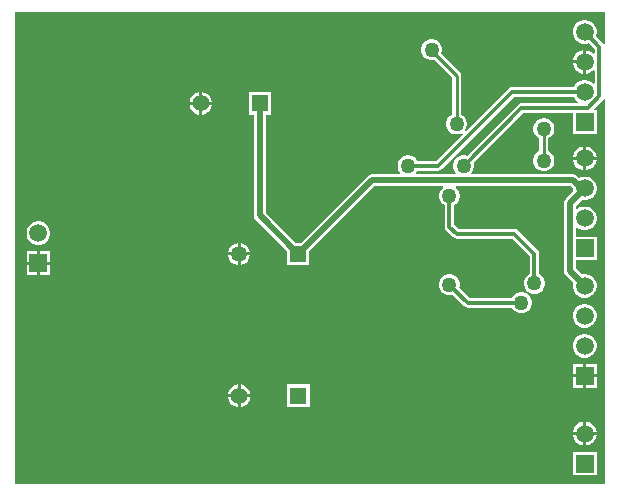
<source format=gbl>
G04*
G04 #@! TF.GenerationSoftware,Altium Limited,Altium Designer,21.0.9 (235)*
G04*
G04 Layer_Physical_Order=2*
G04 Layer_Color=16711680*
%FSLAX44Y44*%
%MOMM*%
G71*
G04*
G04 #@! TF.SameCoordinates,3ED63D2E-4D53-4139-B350-83C99BDD6A5C*
G04*
G04*
G04 #@! TF.FilePolarity,Positive*
G04*
G01*
G75*
%ADD15C,0.2540*%
%ADD52C,0.3000*%
%ADD53C,0.5000*%
%ADD54C,1.3500*%
%ADD55R,1.3500X1.3500*%
%ADD56C,1.5000*%
%ADD57R,1.5000X1.5000*%
%ADD58R,1.4000X1.4000*%
%ADD59C,1.4000*%
%ADD60C,1.2700*%
G36*
X500000Y372920D02*
X499791Y372771D01*
X498065Y373085D01*
X497913Y373313D01*
X491929Y379297D01*
X492540Y381578D01*
Y384222D01*
X491856Y386775D01*
X490534Y389065D01*
X488665Y390934D01*
X486375Y392256D01*
X483822Y392940D01*
X481178D01*
X478625Y392256D01*
X476335Y390934D01*
X474466Y389065D01*
X473144Y386775D01*
X472460Y384222D01*
Y381578D01*
X473144Y379025D01*
X474466Y376735D01*
X476335Y374866D01*
X478625Y373544D01*
X481178Y372860D01*
X483822D01*
X486103Y373471D01*
X490881Y368694D01*
Y365114D01*
X489611Y364588D01*
X488665Y365534D01*
X486375Y366856D01*
X483822Y367540D01*
X483770D01*
Y357500D01*
Y347460D01*
X483822D01*
X486375Y348144D01*
X488665Y349466D01*
X489611Y350412D01*
X490881Y349886D01*
Y339714D01*
X489611Y339188D01*
X488665Y340134D01*
X486375Y341456D01*
X483822Y342140D01*
X481178D01*
X478625Y341456D01*
X476335Y340134D01*
X474466Y338265D01*
X473285Y336219D01*
X421100D01*
X419524Y335906D01*
X418187Y335013D01*
X382395Y299220D01*
X381378Y300000D01*
X382284Y301569D01*
X382890Y303830D01*
Y306170D01*
X382284Y308431D01*
X381114Y310459D01*
X379459Y312114D01*
X377885Y313022D01*
Y346000D01*
X377589Y347487D01*
X376747Y348747D01*
X361193Y364301D01*
X361284Y364459D01*
X361890Y366720D01*
Y369060D01*
X361284Y371321D01*
X360114Y373349D01*
X358459Y375004D01*
X356431Y376174D01*
X354170Y376780D01*
X351830D01*
X349569Y376174D01*
X347541Y375004D01*
X345886Y373349D01*
X344716Y371321D01*
X344110Y369060D01*
Y366720D01*
X344716Y364459D01*
X345886Y362431D01*
X347541Y360776D01*
X349569Y359606D01*
X351830Y359000D01*
X354170D01*
X355224Y359282D01*
X370115Y344391D01*
Y313022D01*
X368541Y312114D01*
X366886Y310459D01*
X365716Y308431D01*
X365110Y306170D01*
Y303830D01*
X365716Y301569D01*
X366886Y299541D01*
X368541Y297886D01*
X370569Y296716D01*
X372830Y296110D01*
X375170D01*
X377431Y296716D01*
X379000Y297622D01*
X379780Y296605D01*
X356904Y273729D01*
X340887D01*
X340114Y275069D01*
X338459Y276724D01*
X336431Y277894D01*
X334170Y278500D01*
X331830D01*
X329569Y277894D01*
X327541Y276724D01*
X325886Y275069D01*
X324716Y273041D01*
X324110Y270780D01*
Y268440D01*
X324716Y266179D01*
X325886Y264151D01*
X326336Y263702D01*
X325849Y262529D01*
X302390D01*
X300424Y262138D01*
X298756Y261024D01*
X242023Y204290D01*
X237977D01*
X212639Y229629D01*
Y312960D01*
X217040D01*
Y332040D01*
X197960D01*
Y312960D01*
X202361D01*
Y227500D01*
X202752Y225534D01*
X203866Y223866D01*
X230710Y197023D01*
Y185710D01*
X249290D01*
Y197023D01*
X304519Y252251D01*
X362221D01*
X362409Y250981D01*
X360886Y249459D01*
X359716Y247431D01*
X359110Y245170D01*
Y242830D01*
X359716Y240569D01*
X360886Y238541D01*
X362541Y236886D01*
X363881Y236113D01*
Y218000D01*
X364194Y216424D01*
X365087Y215087D01*
X371087Y209087D01*
X372424Y208194D01*
X374000Y207881D01*
X421294D01*
X435881Y193294D01*
Y177887D01*
X434541Y177114D01*
X432886Y175459D01*
X431716Y173431D01*
X431110Y171170D01*
Y168830D01*
X431716Y166569D01*
X432886Y164541D01*
X434541Y162886D01*
X436569Y161716D01*
X438830Y161110D01*
X441170D01*
X443431Y161716D01*
X445459Y162886D01*
X447114Y164541D01*
X448284Y166569D01*
X448890Y168830D01*
Y171170D01*
X448284Y173431D01*
X447114Y175459D01*
X445459Y177114D01*
X444119Y177887D01*
Y195000D01*
X443806Y196576D01*
X442913Y197913D01*
X425913Y214913D01*
X424576Y215806D01*
X423000Y216119D01*
X375706D01*
X372119Y219706D01*
Y236113D01*
X373459Y236886D01*
X375114Y238541D01*
X376284Y240569D01*
X376890Y242830D01*
Y245170D01*
X376284Y247431D01*
X375114Y249459D01*
X373591Y250981D01*
X373778Y252251D01*
X470676D01*
X472460Y250467D01*
Y249078D01*
X472767Y247934D01*
X466326Y241494D01*
X465212Y239827D01*
X464821Y237860D01*
Y180440D01*
X465212Y178473D01*
X466326Y176806D01*
X472767Y170366D01*
X472460Y169222D01*
Y166578D01*
X473144Y164025D01*
X474466Y161735D01*
X476335Y159866D01*
X478625Y158544D01*
X481178Y157860D01*
X483822D01*
X486375Y158544D01*
X488665Y159866D01*
X490534Y161735D01*
X491856Y164025D01*
X492540Y166578D01*
Y169222D01*
X491856Y171775D01*
X490534Y174065D01*
X488665Y175934D01*
X486375Y177256D01*
X483822Y177940D01*
X481178D01*
X480034Y177633D01*
X475099Y182568D01*
Y189560D01*
X492540D01*
Y209640D01*
X475099D01*
Y216543D01*
X476272Y217029D01*
X476335Y216966D01*
X478625Y215644D01*
X481178Y214960D01*
X483822D01*
X486375Y215644D01*
X488665Y216966D01*
X490534Y218835D01*
X491856Y221125D01*
X492540Y223678D01*
Y226322D01*
X491856Y228875D01*
X490534Y231165D01*
X488665Y233034D01*
X486375Y234356D01*
X483822Y235040D01*
X481178D01*
X478625Y234356D01*
X476335Y233034D01*
X476272Y232971D01*
X475099Y233457D01*
Y235732D01*
X480034Y240667D01*
X481178Y240360D01*
X483822D01*
X486375Y241044D01*
X488665Y242366D01*
X490534Y244235D01*
X491856Y246525D01*
X492540Y249078D01*
Y251722D01*
X491856Y254275D01*
X490534Y256565D01*
X488665Y258434D01*
X486375Y259756D01*
X483822Y260440D01*
X481178D01*
X478625Y259756D01*
X478042Y259419D01*
X476438Y261024D01*
X474771Y262138D01*
X472804Y262529D01*
X387150D01*
X386664Y263702D01*
X387114Y264151D01*
X388284Y266179D01*
X388890Y268440D01*
Y270780D01*
X388490Y272274D01*
X430336Y314121D01*
X472460D01*
Y296660D01*
X492540D01*
Y316740D01*
X490945D01*
X490459Y317913D01*
X497913Y325367D01*
X498065Y325595D01*
X499791Y325909D01*
X500000Y325760D01*
Y0D01*
X0D01*
Y400000D01*
X500000D01*
Y372920D01*
D02*
G37*
G36*
X474466Y325935D02*
X476335Y324066D01*
X477092Y323629D01*
X476752Y322359D01*
X428630D01*
X427054Y322046D01*
X425717Y321153D01*
X382664Y278100D01*
X381170Y278500D01*
X378830D01*
X376569Y277894D01*
X374541Y276724D01*
X372886Y275069D01*
X371716Y273041D01*
X371110Y270780D01*
Y268440D01*
X371716Y266179D01*
X372886Y264151D01*
X373336Y263702D01*
X372850Y262529D01*
X340150D01*
X339664Y263702D01*
X340114Y264151D01*
X340887Y265491D01*
X358610D01*
X360186Y265804D01*
X361523Y266697D01*
X422806Y327981D01*
X473285D01*
X474466Y325935D01*
D02*
G37*
%LPC*%
G36*
X481230Y367540D02*
X481178D01*
X478625Y366856D01*
X476335Y365534D01*
X474466Y363665D01*
X473144Y361375D01*
X472460Y358822D01*
Y358770D01*
X481230D01*
Y367540D01*
D02*
G37*
G36*
Y356230D02*
X472460D01*
Y356178D01*
X473144Y353625D01*
X474466Y351335D01*
X476335Y349466D01*
X478625Y348144D01*
X481178Y347460D01*
X481230D01*
Y356230D01*
D02*
G37*
G36*
X158770Y332036D02*
Y323770D01*
X167036D01*
X166390Y326182D01*
X165134Y328358D01*
X163358Y330134D01*
X161182Y331390D01*
X158770Y332036D01*
D02*
G37*
G36*
X156230D02*
X153818Y331390D01*
X151642Y330134D01*
X149866Y328358D01*
X148610Y326182D01*
X147964Y323770D01*
X156230D01*
Y332036D01*
D02*
G37*
G36*
X167036Y321230D02*
X158770D01*
Y312964D01*
X161182Y313610D01*
X163358Y314866D01*
X165134Y316642D01*
X166390Y318818D01*
X167036Y321230D01*
D02*
G37*
G36*
X156230D02*
X147964D01*
X148610Y318818D01*
X149866Y316642D01*
X151642Y314866D01*
X153818Y313610D01*
X156230Y312964D01*
Y321230D01*
D02*
G37*
G36*
X483822Y285840D02*
X483770D01*
Y277070D01*
X492540D01*
Y277122D01*
X491856Y279675D01*
X490534Y281965D01*
X488665Y283834D01*
X486375Y285156D01*
X483822Y285840D01*
D02*
G37*
G36*
X481230D02*
X481178D01*
X478625Y285156D01*
X476335Y283834D01*
X474466Y281965D01*
X473144Y279675D01*
X472460Y277122D01*
Y277070D01*
X481230D01*
Y285840D01*
D02*
G37*
G36*
X492540Y274530D02*
X483770D01*
Y265760D01*
X483822D01*
X486375Y266444D01*
X488665Y267766D01*
X490534Y269635D01*
X491856Y271925D01*
X492540Y274478D01*
Y274530D01*
D02*
G37*
G36*
X481230D02*
X472460D01*
Y274478D01*
X473144Y271925D01*
X474466Y269635D01*
X476335Y267766D01*
X478625Y266444D01*
X481178Y265760D01*
X481230D01*
Y274530D01*
D02*
G37*
G36*
X449170Y309890D02*
X446830D01*
X444569Y309284D01*
X442541Y308114D01*
X440886Y306459D01*
X439716Y304431D01*
X439110Y302170D01*
Y299830D01*
X439716Y297569D01*
X440886Y295541D01*
X442541Y293886D01*
X444082Y292997D01*
Y281976D01*
X442476Y281048D01*
X440820Y279393D01*
X439650Y277366D01*
X439044Y275105D01*
Y272764D01*
X439650Y270503D01*
X440820Y268476D01*
X442476Y266820D01*
X444503Y265650D01*
X446764Y265044D01*
X449105D01*
X451366Y265650D01*
X453393Y266820D01*
X455048Y268476D01*
X456218Y270503D01*
X456824Y272764D01*
Y275105D01*
X456218Y277366D01*
X455048Y279393D01*
X453393Y281048D01*
X451852Y281938D01*
Y292959D01*
X453459Y293886D01*
X455114Y295541D01*
X456284Y297569D01*
X456890Y299830D01*
Y302170D01*
X456284Y304431D01*
X455114Y306459D01*
X453459Y308114D01*
X451431Y309284D01*
X449170Y309890D01*
D02*
G37*
G36*
X21322Y222540D02*
X18678D01*
X16125Y221856D01*
X13835Y220534D01*
X11966Y218665D01*
X10644Y216375D01*
X9960Y213822D01*
Y211178D01*
X10644Y208625D01*
X11966Y206335D01*
X13835Y204466D01*
X16125Y203144D01*
X18678Y202460D01*
X21322D01*
X23875Y203144D01*
X26165Y204466D01*
X28034Y206335D01*
X29356Y208625D01*
X30040Y211178D01*
Y213822D01*
X29356Y216375D01*
X28034Y218665D01*
X26165Y220534D01*
X23875Y221856D01*
X21322Y222540D01*
D02*
G37*
G36*
X191270Y204277D02*
Y196270D01*
X199277D01*
X198657Y198586D01*
X197434Y200704D01*
X195704Y202434D01*
X193586Y203657D01*
X191270Y204277D01*
D02*
G37*
G36*
X188730Y204277D02*
X186414Y203657D01*
X184296Y202434D01*
X182566Y200704D01*
X181343Y198586D01*
X180723Y196270D01*
X188730D01*
Y204277D01*
D02*
G37*
G36*
X30040Y197140D02*
X21270D01*
Y188370D01*
X30040D01*
Y197140D01*
D02*
G37*
G36*
X18730D02*
X9960D01*
Y188370D01*
X18730D01*
Y197140D01*
D02*
G37*
G36*
X199277Y193730D02*
X191270D01*
Y185723D01*
X193586Y186343D01*
X195704Y187566D01*
X197434Y189296D01*
X198657Y191414D01*
X199277Y193730D01*
D02*
G37*
G36*
X188730D02*
X180723D01*
X181343Y191414D01*
X182566Y189296D01*
X184296Y187566D01*
X186414Y186343D01*
X188730Y185723D01*
Y193730D01*
D02*
G37*
G36*
X30040Y185830D02*
X21270D01*
Y177060D01*
X30040D01*
Y185830D01*
D02*
G37*
G36*
X18730D02*
X9960D01*
Y177060D01*
X18730D01*
Y185830D01*
D02*
G37*
G36*
X369170Y177890D02*
X366830D01*
X364569Y177284D01*
X362541Y176114D01*
X360886Y174459D01*
X359716Y172431D01*
X359110Y170170D01*
Y167830D01*
X359716Y165569D01*
X360886Y163541D01*
X362541Y161886D01*
X364569Y160716D01*
X366830Y160110D01*
X369170D01*
X370664Y160510D01*
X380400Y150775D01*
X381736Y149882D01*
X383312Y149569D01*
X421113D01*
X421886Y148229D01*
X423541Y146574D01*
X425569Y145403D01*
X427830Y144798D01*
X430170D01*
X432431Y145403D01*
X434459Y146574D01*
X436114Y148229D01*
X437284Y150256D01*
X437890Y152517D01*
Y154858D01*
X437284Y157119D01*
X436114Y159146D01*
X434459Y160801D01*
X432431Y161972D01*
X430170Y162578D01*
X427830D01*
X425569Y161972D01*
X423541Y160801D01*
X421886Y159146D01*
X421113Y157807D01*
X385019D01*
X376490Y166336D01*
X376890Y167830D01*
Y170170D01*
X376284Y172431D01*
X375114Y174459D01*
X373459Y176114D01*
X371431Y177284D01*
X369170Y177890D01*
D02*
G37*
G36*
X483822Y152540D02*
X481178D01*
X478625Y151856D01*
X476335Y150534D01*
X474466Y148665D01*
X473144Y146375D01*
X472460Y143822D01*
Y141178D01*
X473144Y138625D01*
X474466Y136335D01*
X476335Y134466D01*
X478625Y133144D01*
X481178Y132460D01*
X483822D01*
X486375Y133144D01*
X488665Y134466D01*
X490534Y136335D01*
X491856Y138625D01*
X492540Y141178D01*
Y143822D01*
X491856Y146375D01*
X490534Y148665D01*
X488665Y150534D01*
X486375Y151856D01*
X483822Y152540D01*
D02*
G37*
G36*
Y127140D02*
X481178D01*
X478625Y126456D01*
X476335Y125134D01*
X474466Y123265D01*
X473144Y120975D01*
X472460Y118422D01*
Y115778D01*
X473144Y113225D01*
X474466Y110935D01*
X476335Y109066D01*
X478625Y107744D01*
X481178Y107060D01*
X483822D01*
X486375Y107744D01*
X488665Y109066D01*
X490534Y110935D01*
X491856Y113225D01*
X492540Y115778D01*
Y118422D01*
X491856Y120975D01*
X490534Y123265D01*
X488665Y125134D01*
X486375Y126456D01*
X483822Y127140D01*
D02*
G37*
G36*
X492540Y101740D02*
X483770D01*
Y92970D01*
X492540D01*
Y101740D01*
D02*
G37*
G36*
X481230D02*
X472460D01*
Y92970D01*
X481230D01*
Y101740D01*
D02*
G37*
G36*
X492540Y90430D02*
X483770D01*
Y81660D01*
X492540D01*
Y90430D01*
D02*
G37*
G36*
X481230D02*
X472460D01*
Y81660D01*
X481230D01*
Y90430D01*
D02*
G37*
G36*
X191270Y84536D02*
Y76270D01*
X199536D01*
X198890Y78682D01*
X197634Y80858D01*
X195858Y82634D01*
X193682Y83890D01*
X191270Y84536D01*
D02*
G37*
G36*
X188730D02*
X186318Y83890D01*
X184142Y82634D01*
X182366Y80858D01*
X181110Y78682D01*
X180464Y76270D01*
X188730D01*
Y84536D01*
D02*
G37*
G36*
X199536Y73730D02*
X191270D01*
Y65464D01*
X193682Y66110D01*
X195858Y67366D01*
X197634Y69142D01*
X198890Y71318D01*
X199536Y73730D01*
D02*
G37*
G36*
X188730D02*
X180464D01*
X181110Y71318D01*
X182366Y69142D01*
X184142Y67366D01*
X186318Y66110D01*
X188730Y65464D01*
Y73730D01*
D02*
G37*
G36*
X249540Y84540D02*
X230460D01*
Y65460D01*
X249540D01*
Y84540D01*
D02*
G37*
G36*
X483822Y52940D02*
X483770D01*
Y44170D01*
X492540D01*
Y44222D01*
X491856Y46775D01*
X490534Y49065D01*
X488665Y50934D01*
X486375Y52256D01*
X483822Y52940D01*
D02*
G37*
G36*
X481230D02*
X481178D01*
X478625Y52256D01*
X476335Y50934D01*
X474466Y49065D01*
X473144Y46775D01*
X472460Y44222D01*
Y44170D01*
X481230D01*
Y52940D01*
D02*
G37*
G36*
X492540Y41630D02*
X483770D01*
Y32860D01*
X483822D01*
X486375Y33544D01*
X488665Y34866D01*
X490534Y36735D01*
X491856Y39025D01*
X492540Y41578D01*
Y41630D01*
D02*
G37*
G36*
X481230D02*
X472460D01*
Y41578D01*
X473144Y39025D01*
X474466Y36735D01*
X476335Y34866D01*
X478625Y33544D01*
X481178Y32860D01*
X481230D01*
Y41630D01*
D02*
G37*
G36*
X492540Y27540D02*
X472460D01*
Y7460D01*
X492540D01*
Y27540D01*
D02*
G37*
%LPD*%
D15*
X353000Y367000D02*
Y367890D01*
Y367000D02*
X374000Y346000D01*
Y305000D02*
Y346000D01*
X447967Y300967D02*
X448000Y301000D01*
X447934Y273934D02*
X447967Y273967D01*
Y300967D01*
D52*
X368000Y169000D02*
X383312Y153688D01*
X429000D01*
X428630Y318240D02*
X484960D01*
X380000Y269610D02*
X428630Y318240D01*
X421100Y332100D02*
X482500D01*
X484960Y318240D02*
X495000Y328280D01*
Y370400D01*
X358610Y269610D02*
X421100Y332100D01*
X333000Y269610D02*
X358610D01*
X482500Y382900D02*
X495000Y370400D01*
X368000Y218000D02*
X374000Y212000D01*
X368000Y218000D02*
Y244000D01*
X374000Y212000D02*
X423000D01*
X440000Y195000D01*
Y170000D02*
Y195000D01*
D53*
X469960Y237860D02*
X481147Y249047D01*
X482500Y250400D01*
X302390Y257390D02*
X472804D01*
X240000Y195000D02*
X302390Y257390D01*
X479794Y250400D02*
X482500D01*
X472804Y257390D02*
X479794Y250400D01*
X469960Y180440D02*
X482500Y167900D01*
X207500Y227500D02*
X240000Y195000D01*
X207500Y227500D02*
Y322500D01*
X469960Y180440D02*
Y237860D01*
D54*
X190000Y195000D02*
D03*
D55*
X240000D02*
D03*
D56*
X482500Y250400D02*
D03*
Y167900D02*
D03*
Y332100D02*
D03*
Y357500D02*
D03*
Y382900D02*
D03*
Y225000D02*
D03*
Y275800D02*
D03*
Y117100D02*
D03*
Y142500D02*
D03*
X20000Y212500D02*
D03*
X482500Y42900D02*
D03*
D57*
Y306700D02*
D03*
Y199600D02*
D03*
Y91700D02*
D03*
X20000Y187100D02*
D03*
X482500Y17500D02*
D03*
D58*
X207500Y322500D02*
D03*
X240000Y75000D02*
D03*
D59*
X190000D02*
D03*
X157500Y322500D02*
D03*
D60*
X368000Y169000D02*
D03*
X353000Y367890D02*
D03*
X374000Y305000D02*
D03*
X368000Y244000D02*
D03*
X333000Y269610D02*
D03*
X380000D02*
D03*
X447934Y273934D02*
D03*
X448000Y301000D02*
D03*
X429000Y153688D02*
D03*
X440000Y170000D02*
D03*
M02*

</source>
